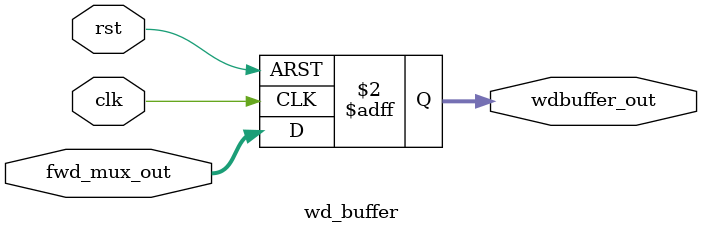
<source format=sv>
module wd_buffer
(
    input  logic        clk,
    input  logic        rst,
    input  logic [31:0] fwd_mux_out, // from forwarding mux
    output logic [31:0] wdbuffer_out // to memory stage
);
    always_ff @(posedge clk or posedge rst)
    begin
        if (rst)
            wdbuffer_out <= 32'b0;        
        else
            wdbuffer_out <= fwd_mux_out;
    end
endmodule
</source>
